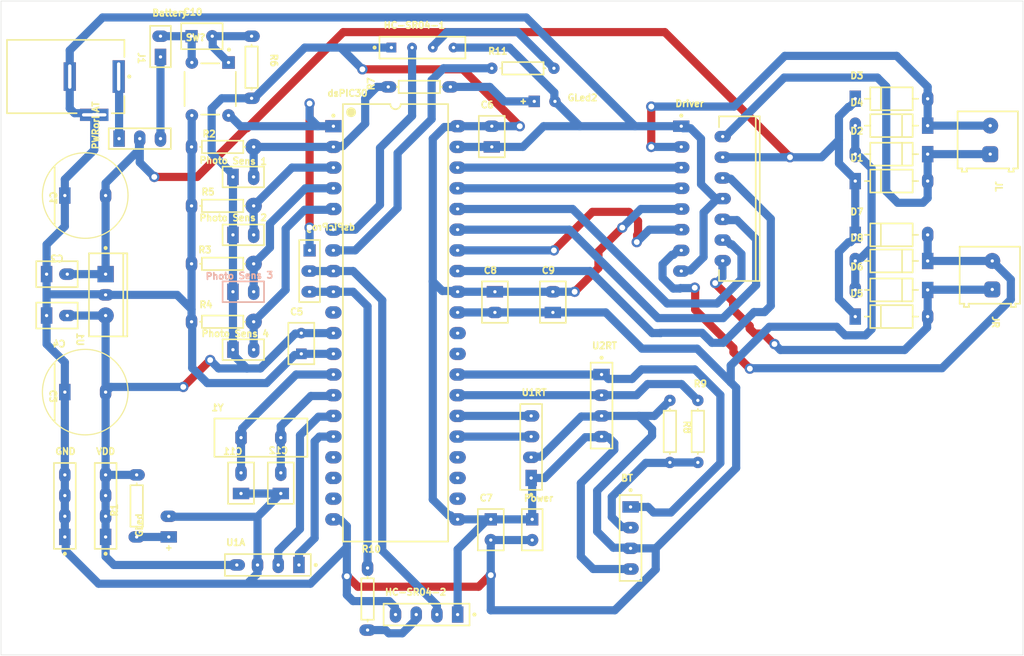
<source format=kicad_pcb>
(kicad_pcb (version 20240108) (generator "pcbnew") (generator_version "8.0")
  (layers (0 "F.Cu" signal "Top Layer") (31 "B.Cu" signal "Bottom Layer") (34 "B.Paste" user "Bottom Paste") (35 "F.Paste" user "Top Paste") (36 "B.SilkS" user "Bottom Overlay") (37 "F.SilkS" user "Top Overlay") (38 "B.Mask" user "Bottom Solder") (39 "F.Mask" user "Top Solder") (44 "Edge.Cuts" user))
  (net 0 "")
  (net 1 "RF4")
  (net 2 "NetHC-SR04-2_3")
  (net 3 "NetHC-SR04-1_3")
  (net 4 "RC14")
  (net 5 "RC13")
  (net 6 "NetBT_2")
  (net 7 "NetGLed2_1")
  (net 8 "NetD7_2")
  (net 9 "NetD5_2")
  (net 10 "NetD3_2")
  (net 11 "NetD1_2")
  (net 12 "NetGLed_1")
  (net 13 "Vpwr")
  (net 14 "RF6")
  (net 15 "RF5")
  (net 16 "RF1")
  (net 17 "RF0")
  (net 18 "RD9")
  (net 19 "RD8")
  (net 20 "RD3")
  (net 21 "RD2")
  (net 22 "RD1")
  (net 23 "RD0")
  (net 24 "RC15")
  (net 25 "RF2")
  (net 26 "RF3")
  (net 27 "RB12")
  (net 28 "RB11")
  (net 29 "RB10")
  (net 30 "RB9")
  (net 31 "RB8")
  (net 32 "RB5")
  (net 33 "RB4")
  (net 34 "RB3")
  (net 35 "RB2")
  (net 36 "RB1")
  (net 37 "RB0")
  (net 38 "RA11")
  (net 39 "PGD")
  (net 40 "PGC")
  (net 41 "OSC1")
  (net 42 "MCLR")
  (net 43 "Vdd")
  (net 44 "Vbat")
  (net 45 "VCC")
  (net 46 "GND")
  (footprint "Vault:FP-RAD-TH-D_10_0_5-L_20_2-MFG" (layer "F.Cu") (at 96.1536 88.7476)
    (property "Reference" "C1")
    (property "Value" "EEUHD1H471B" (hide yes))
  )
  (footprint "ECS Crystal Oscillator.IntLib:HC-49U" (layer "F.Cu") (at 117.7036 118.4656)
    (property "Reference" "Y1")
    (property "Value" "ECS-100-18-1" (hide yes))
  )
  (footprint "Miscellaneous Devices.IntLib:AXIAL-0.3" (layer "F.Cu") (at 113.00458 104.2416 180)
    (property "Reference" "R4")
    (property "Value" "Res1" (hide yes))
  )
  (footprint "Vault:FAIR-TO-220-3" (layer "F.Cu") (at 98.6536 100.93962)
    (property "Reference" "U1")
    (property "Value" "LM7805CT" (hide yes))
  )
  (footprint "Vault:FP-1N4007-MFG" (layer "F.Cu") (at 195.04662 76.86559)
    (property "Reference" "D3")
    (property "Value" "1N4007" (hide yes))
  )
  (footprint "Vault:CAPR51-254-508X318X736" (layer "F.Cu") (at 146.0246 81.5086 90)
    (property "Reference" "C6")
    (property "Value" "C320C104K5R5TA" (hide yes))
  )
  (footprint "Vault:FP-1N4007-MFG" (layer "F.Cu") (at 195.0466 80.16759 180)
    (property "Reference" "D4")
    (property "Value" "1N4007" (hide yes))
  )
  (footprint "Miscellaneous Devices.IntLib:AXIAL-0.3" (layer "F.Cu") (at 149.8346 73.1266)
    (property "Reference" "R11")
    (property "Value" "Res1" (hide yes))
  )
  (footprint "Vault:CAPR51-254-508X318X736" (layer "F.Cu") (at 120.14361 124.0536 90)
    (property "Reference" "C12")
    (property "Value" "C320C104K5R5TA" (hide yes))
  )
  (footprint "Vault:FP-1N4007-MFG" (layer "F.Cu") (at 195.0466 96.7766 180)
    (property "Reference" "D8")
    (property "Value" "1N4007" (hide yes))
  )
  (footprint "Vault:FP-SS-104-G-2-MFG" (layer "F.Cu") (at 98.6536 126.8476 90)
    (property "Reference" "VDD")
    (property "Value" "SS-104-G-2" (hide yes))
  )
  (footprint "Vault:FP-SS-104-G-2-MFG" (layer "F.Cu") (at 150.8506 119.6086 90)
    (property "Reference" "U1RT")
    (property "Value" "SS-104-G-2" (hide yes))
  )
  (footprint "Vault:CAPR51-254-508X318X736" (layer "F.Cu") (at 92.6846 103.4796)
    (property "Reference" "C4")
    (property "Value" "C320C104K5R5TA" (hide yes))
  )
  (footprint "Vault:691214110002" (layer "F.Cu") (at 207.1116 98.5266 90)
    (property "Reference" "JR")
    (property "Value" "691214110002" (hide yes))
  )
  (footprint "Miscellaneous Devices.IntLib:AXIAL-0.3" (layer "F.Cu") (at 137.1346 75.4126 180)
    (property "Reference" "R7")
    (property "Value" "Res1" (hide yes))
  )
  (footprint "Miscellaneous Connectors.IntLib:HDR1X2" (layer "F.Cu") (at 105.3846 71.7296 90)
    (property "Reference" "Battery")
    (property "Value" "Header 2" (hide yes))
  )
  (footprint "Vault:CUI-PJ-002A_V" (layer "F.Cu") (at 97.2566 74.1426 180)
    (property "Reference" "J1")
    (property "Value" "PJ-002A" (hide yes))
  )
  (footprint "Miscellaneous Connectors.IntLib:HDR1X2" (layer "F.Cu") (at 150.9776 128.4986 -90)
    (property "Reference" "Power")
    (property "Value" "Header 2" (hide yes))
  )
  (footprint "Miscellaneous Connectors.IntLib:HDR1X3" (layer "F.Cu") (at 123.6726 95.4786 -90)
    (property "Reference" "dsPicProg")
    (property "Value" "Header 3" (hide yes))
  )
  (footprint "Miscellaneous Connectors.IntLib:HDR1X3" (layer "F.Cu") (at 100.30461 81.7626)
    (property "Reference" "PWRorBAT")
    (property "Value" "Header 3" (hide yes))
  )
  (footprint "Miscellaneous Devices.IntLib:AXIAL-0.3" (layer "F.Cu") (at 116.5606 72.9996 -90)
    (property "Reference" "R6")
    (property "Value" "Res1" (hide yes))
  )
  (footprint "Vault:FP-1N4007-MFG" (layer "F.Cu") (at 195.0466 86.9696)
    (property "Reference" "D1")
    (property "Value" "1N4007" (hide yes))
  )
  (footprint "Miscellaneous Connectors.IntLib:HDR1X2" (layer "F.Cu") (at 114.27461 93.5736)
    (property "Reference" "Photo Sens 2")
    (property "Value" "Header 2" (hide yes))
  )
  (footprint "Vault:CAPR51-254-508X318X736" (layer "F.Cu") (at 92.6846 98.3996)
    (property "Reference" "C3")
    (property "Value" "C320C104K5R5TA" (hide yes))
  )
  (footprint "Miscellaneous Devices.IntLib:AXIAL-0.3" (layer "F.Cu") (at 113.00458 97.1296)
    (property "Reference" "R3")
    (property "Value" "Res1" (hide yes))
  )
  (footprint "Microchip DSC 16-Bit dsPIC30F.IntLib:PDIP600-P40" (layer "F.Cu") (at 134.2136 104.3686)
    (property "Reference" "dsPIC30")
    (property "Value" "DSPIC30F4013-20E/P" (hide yes))
  )
  (footprint "Miscellaneous Devices.IntLib:AXIAL-0.3" (layer "F.Cu") (at 167.8686 117.7036 90)
    (property "Reference" "R8")
    (property "Value" "Res1" (hide yes))
  )
  (footprint "Miscellaneous Connectors.IntLib:HDR1X2" (layer "F.Cu") (at 114.27461 107.6706)
    (property "Reference" "Photo Sens 4")
    (property "Value" "Header 2" (hide yes))
  )
  (footprint "Vault:LTST-LTL-1CHG-2" (layer "F.Cu") (at 106.4006 129.3876 90)
    (property "Reference" "GLed")
    (property "Value" "LTL-1CHG" (hide yes))
  )
  (footprint "Vault:CAPR51-254-508X318X736" (layer "F.Cu") (at 115.2636 124.0536 90)
    (property "Reference" "C11")
    (property "Value" "C320C104K5R5TA" (hide yes))
  )
  (footprint "Vault:FP-SS-104-G-2-MFG" (layer "F.Cu") (at 118.55833 134.09714 180)
    (property "Reference" "U1A")
    (property "Value" "SS-104-G-2" (hide yes))
  )
  (footprint "Vault:CAPR51-254-508X318X736" (layer "F.Cu") (at 122.6566 106.9086 90)
    (property "Reference" "C5")
    (property "Value" "C320C104K5R5TA" (hide yes))
  )
  (footprint "Vault:CAPR51-254-508X318X736" (layer "F.Cu") (at 145.8976 129.7686 -90)
    (property "Reference" "C7")
    (property "Value" "C320C104K5R5TA" (hide yes))
  )
  (footprint "Miscellaneous Devices.IntLib:AXIAL-0.3" (layer "F.Cu") (at 113.00458 90.0176 180)
    (property "Reference" "R5")
    (property "Value" "Res1" (hide yes))
  )
  (footprint "Vault:FP-SS-104-G-2-MFG" (layer "F.Cu") (at 159.4866 114.5286 -90)
    (property "Reference" "U2RT")
    (property "Value" "SS-104-G-2" (hide yes))
  )
  (footprint "Miscellaneous Devices.IntLib:AXIAL-0.3" (layer "F.Cu") (at 113.00458 82.7786)
    (property "Reference" "R2")
    (property "Value" "Res1" (hide yes))
  )
  (footprint "Vault:FP-SS-104-G-2-MFG" (layer "F.Cu") (at 138.0236 140.1826 180)
    (property "Reference" "HC-SR04-2")
    (property "Value" "SS-104-G-2" (hide yes))
  )
  (footprint "Vault:FP-SS-104-G-2-MFG" (layer "F.Cu") (at 93.6536 126.8476 90)
    (property "Reference" "GND")
    (property "Value" "SS-104-G-2" (hide yes))
  )
  (footprint "Vault:LTST-LTL-1CHG-2" (layer "F.Cu") (at 152.5016 77.1906)
    (property "Reference" "GLed2")
    (property "Value" "LTL-1CHG" (hide yes))
  )
  (footprint "Vault:FP-1N4007-MFG" (layer "F.Cu") (at 195.0466 93.5736)
    (property "Reference" "D7")
    (property "Value" "1N4007" (hide yes))
  )
  (footprint "Miscellaneous Devices.IntLib:AXIAL-0.3" (layer "F.Cu") (at 130.7846 138.2776 -90)
    (property "Reference" "R10")
    (property "Value" "Res1" (hide yes))
  )
  (footprint "Vault:691214110002" (layer "F.Cu") (at 206.8576 81.9176 90)
    (property "Reference" "JL")
    (property "Value" "691214110002" (hide yes))
  )
  (footprint "Vault:FP-SS-104-G-2-MFG" (layer "F.Cu") (at 163.0426 130.7846 -90)
    (property "Reference" "BT")
    (property "Value" "SS-104-G-2" (hide yes))
  )
  (footprint "Vault:FP-1N4007-MFG" (layer "F.Cu") (at 195.0466 100.3326 180)
    (property "Reference" "D6")
    (property "Value" "1N4007" (hide yes))
  )
  (footprint "Vault:CAPR51-254-508X318X736" (layer "F.Cu") (at 110.4646 69.1896)
    (property "Reference" "C10")
    (property "Value" "C320C104K5R5TA" (hide yes))
  )
  (footprint "Miscellaneous Connectors.IntLib:HDR1X2" (layer "F.Cu") (at 114.27461 86.4616)
    (property "Reference" "Photo Sens 1")
    (property "Value" "Header 2" (hide yes))
  )
  (footprint "Vault:FP-2-1825910-7-MFG" (layer "F.Cu") (at 111.4806 75.6666)
    (property "Reference" "SW?")
    (property "Value" "2-1825910-7" (hide yes))
  )
  (footprint "Vault:FP-1N4007-MFG" (layer "F.Cu") (at 195.04658 83.6676 180)
    (property "Reference" "D2")
    (property "Value" "1N4007" (hide yes))
  )
  (footprint "Vault:FP-SS-104-G-2-MFG" (layer "F.Cu") (at 137.5156 70.5866)
    (property "Reference" "HC-SR04-1")
    (property "Value" "SS-104-G-2" (hide yes))
  )
  (footprint "Vault:STM-FM-15" (layer "F.Cu") (at 171.8056 89.1286)
    (property "Reference" "Driver")
    (property "Value" "L298N" (hide yes))
  )
  (footprint "Vault:FP-1N4007-MFG" (layer "F.Cu") (at 195.0466 103.6066)
    (property "Reference" "D5")
    (property "Value" "1N4007" (hide yes))
  )
  (footprint "Miscellaneous Devices.IntLib:AXIAL-0.3" (layer "F.Cu") (at 171.2976 117.7036 90)
    (property "Reference" "R9")
    (property "Value" "Res1" (hide yes))
  )
  (footprint "Vault:FP-RAD-TH-D_10_0_5-L_20_2-MFG" (layer "F.Cu") (at 96.1536 112.8776)
    (property "Reference" "C2")
    (property "Value" "EEUHD1H471B" (hide yes))
  )
  (footprint "Miscellaneous Devices.IntLib:AXIAL-0.3" (layer "F.Cu") (at 102.4636 126.8476 90)
    (property "Reference" "R1")
    (property "Value" "Res1" (hide yes))
  )
  (footprint "Vault:CAPR51-254-508X318X736" (layer "F.Cu") (at 146.4056 101.8286 -90)
    (property "Reference" "C8")
    (property "Value" "C320C104K5R5TA" (hide yes))
  )
  (footprint "Vault:CAPR51-254-508X318X736" (layer "F.Cu") (at 153.5176 101.8286 90)
    (property "Reference" "C9")
    (property "Value" "C320C104K5R5TA" (hide yes))
  )
  (footprint "Miscellaneous Connectors.IntLib:HDR1X2" (layer "B.Cu") (at 114.27458 100.55858)
    (property "Reference" "Photo Sens 3")
    (property "Value" "Header 2" (hide yes))
  )
  (gr_line (start 211.1756 145.1356) (end 85.8266 145.1356) (stroke (width 0.05)) (layer "Edge.Cuts"))
  (gr_line (start 211.1756 64.8716) (end 211.1756 145.1356) (stroke (width 0.05)) (layer "Edge.Cuts"))
  (gr_line (start 85.8266 145.1356) (end 85.8266 64.8716) (stroke (width 0.05)) (layer "Edge.Cuts"))
  (gr_line (start 85.8266 64.8716) (end 211.1756 64.8716) (stroke (width 0.05)) (layer "Edge.Cuts"))
  (segment (start 165.19043 126.9746) (end 165.86943 127.6536) (width 1) (layer "B.Cu") (net 1))
  (segment (start 170.9266 110.0936) (end 174.0596 113.2266) (width 1) (layer "B.Cu") (net 1))
  (segment (start 163.0426 126.9746) (end 165.19043 126.9746) (width 1) (layer "B.Cu") (net 1))
  (segment (start 163.22459 111.2586) (end 164.38959 110.0936) (width 1) (layer "B.Cu") (net 1))
  (segment (start 174.0596 121.58003) (end 174.0596 113.2266) (width 1) (layer "B.Cu") (net 1))
  (segment (start 167.98602 127.6536) (end 174.0596 121.58003) (width 1) (layer "B.Cu") (net 1))
  (segment (start 159.7866 110.7186) (end 160.3266 111.2586) (width 1) (layer "B.Cu") (net 1))
  (segment (start 165.86943 127.6536) (end 167.98602 127.6536) (width 1) (layer "B.Cu") (net 1))
  (segment (start 164.38959 110.0936) (end 170.9266 110.0936) (width 1) (layer "B.Cu") (net 1))
  (segment (start 141.8336 110.7186) (end 159.7866 110.7186) (width 1) (layer "B.Cu") (net 1))
  (segment (start 160.3266 111.2586) (end 163.22459 111.2586) (width 1) (layer "B.Cu") (net 1))
  (segment (start 136.67707 140.84756) (end 136.67707 140.25913) (width 1) (layer "B.Cu") (net 2))
  (segment (start 130.89936 142.0876) (end 132.99017 142.0876) (width 1) (layer "B.Cu") (net 2))
  (segment (start 135.04203 142.4826) (end 136.67707 140.84756) (width 1) (layer "B.Cu") (net 2))
  (segment (start 132.99017 142.0876) (end 133.38517 142.4826) (width 1) (layer "B.Cu") (net 2))
  (segment (start 133.38517 142.4826) (end 135.04203 142.4826) (width 1) (layer "B.Cu") (net 2))
  (segment (start 136.67707 140.25913) (end 136.7536 140.1826) (width 1) (layer "B.Cu") (net 2))
  (segment (start 138.82387 70.40133) (end 140.5386 68.6866) (width 1) (layer "B.Cu") (net 3))
  (segment (start 138.7856 70.5866) (end 138.82387 70.54833) (width 1) (layer "B.Cu") (net 3))
  (segment (start 138.82387 70.54833) (end 138.82387 70.40133) (width 1) (layer "B.Cu") (net 3))
  (segment (start 149.2046 68.6866) (end 153.6446 73.1266) (width 1) (layer "B.Cu") (net 3))
  (segment (start 140.5386 68.6866) (end 149.2046 68.6866) (width 1) (layer "B.Cu") (net 3))
  (segment (start 122.36833 132.72387) (end 124.2936 130.7986) (width 1) (layer "B.Cu") (net 4))
  (segment (start 124.2936 130.7986) (end 124.2936 118.92439) (width 1) (layer "B.Cu") (net 4))
  (segment (start 122.36833 134.09714) (end 122.36833 132.72387) (width 1) (layer "B.Cu") (net 4))
  (segment (start 124.2936 118.92439) (end 124.87939 118.3386) (width 1) (layer "B.Cu") (net 4))
  (segment (start 124.87939 118.3386) (end 126.5936 118.3386) (width 1) (layer "B.Cu") (net 4))
  (segment (start 119.82833 134.09714) (end 119.82833 132.34287) (width 1) (layer "B.Cu") (net 5))
  (segment (start 119.82833 132.34287) (end 122.4936 129.6776) (width 1) (layer "B.Cu") (net 5))
  (segment (start 124.77813 115.89427) (end 126.49793 115.89427) (width 1) (layer "B.Cu") (net 5))
  (segment (start 126.49793 115.89427) (end 126.5936 115.7986) (width 1) (layer "B.Cu") (net 5))
  (segment (start 122.4936 129.6776) (end 122.4936 118.1788) (width 1) (layer "B.Cu") (net 5))
  (segment (start 122.4936 118.1788) (end 124.77813 115.89427) (width 1) (layer "B.Cu") (net 5))
  (segment (start 167.81604 121.56616) (end 167.8686 121.5136) (width 1) (layer "B.Cu") (net 6))
  (segment (start 162.96607 129.43806) (end 163.0426 129.5146) (width 1) (layer "B.Cu") (net 6))
  (segment (start 160.7426 128.21308) (end 161.96758 129.43806) (width 1) (layer "B.Cu") (net 6))
  (segment (start 161.96758 129.43806) (end 162.96607 129.43806) (width 1) (layer "B.Cu") (net 6))
  (segment (start 167.8686 121.5136) (end 171.2976 121.5136) (width 1) (layer "B.Cu") (net 6))
  (segment (start 161.50413 124.9746) (end 164.91256 121.56616) (width 1) (layer "B.Cu") (net 6))
  (segment (start 160.7426 128.21308) (end 160.7426 125.73612) (width 1) (layer "B.Cu") (net 6))
  (segment (start 161.50412 124.9746) (end 161.50413 124.9746) (width 1) (layer "B.Cu") (net 6))
  (segment (start 164.91256 121.56616) (end 167.81604 121.56616) (width 1) (layer "B.Cu") (net 6))
  (segment (start 160.7426 125.73612) (end 161.50412 124.9746) (width 1) (layer "B.Cu") (net 6))
  (segment (start 140.9446 75.4126) (end 145.7706 75.4126) (width 1) (layer "B.Cu") (net 7))
  (segment (start 147.5486 77.1906) (end 151.2316 77.1906) (width 1) (layer "B.Cu") (net 7))
  (segment (start 145.7706 75.4126) (end 147.5486 77.1906) (width 1) (layer "B.Cu") (net 7))
  (segment (start 170.96826 102.76926) (end 175.66417 107.46517) (width 1) (layer "F.Cu") (net 8))
  (segment (start 175.66417 107.98675) (end 177.67556 109.99815) (width 1) (layer "F.Cu") (net 8))
  (segment (start 170.96826 102.76926) (end 170.96826 100.11125) (width 1) (layer "F.Cu") (net 8))
  (segment (start 170.9166 100.05959) (end 170.96826 100.11125) (width 1) (layer "F.Cu") (net 8))
  (segment (start 175.66417 107.98675) (end 175.66417 107.46517) (width 1) (layer "F.Cu") (net 8))
  (via (at 170.9166 100.05959) (size 1.27) (drill 0.7112) (layers "F.Cu" "B.Cu") (net 8))
  (via (at 177.67556 109.99815) (size 1.27) (drill 0.7112) (layers "F.Cu" "B.Cu") (net 8))
  (segment (start 168.31736 96.0186) (end 168.85736 95.4786) (width 1) (layer "B.Cu") (net 8))
  (segment (start 177.67556 109.99815) (end 177.72722 109.94649) (width 1) (layer "B.Cu") (net 8))
  (segment (start 199.4866 96.7766) (end 207.41162 96.7766) (width 1) (layer "B.Cu") (net 8))
  (segment (start 199.4866 96.7766) (end 199.4866 96.7766) (width 1) (layer "B.Cu") (net 8))
  (segment (start 170.86494 100.11125) (end 170.9166 100.05959) (width 1) (layer "B.Cu") (net 8))
  (segment (start 177.72722 109.94649) (end 201.24466 109.94649) (width 1) (layer "B.Cu") (net 8))
  (segment (start 201.24466 109.94649) (end 209.68663 101.50452) (width 1) (layer "B.Cu") (net 8))
  (segment (start 169.11002 100.16302) (end 169.16179 100.11125) (width 1) (layer "B.Cu") (net 8))
  (segment (start 168.85736 95.4786) (end 169.2656 95.4786) (width 1) (layer "B.Cu") (net 8))
  (segment (start 166.9656 97.19017) (end 168.13718 96.0186) (width 1) (layer "B.Cu") (net 8))
  (segment (start 166.9656 98.84703) (end 168.28159 100.16302) (width 1) (layer "B.Cu") (net 8))
  (segment (start 207.41163 96.77659) (end 207.41452 96.77659) (width 1) (layer "B.Cu") (net 8))
  (segment (start 199.4866 96.7766) (end 199.4866 93.5736) (width 1) (layer "B.Cu") (net 8))
  (segment (start 169.16179 100.11125) (end 170.86494 100.11125) (width 1) (layer "B.Cu") (net 8))
  (segment (start 207.41452 96.77659) (end 209.68663 99.0487) (width 1) (layer "B.Cu") (net 8))
  (segment (start 207.41162 96.7766) (end 207.41163 96.77659) (width 1) (layer "B.Cu") (net 8))
  (segment (start 166.9656 98.84703) (end 166.9656 97.19017) (width 1) (layer "B.Cu") (net 8))
  (segment (start 168.13718 96.0186) (end 168.31736 96.0186) (width 1) (layer "B.Cu") (net 8))
  (segment (start 209.68663 101.50452) (end 209.68663 99.0487) (width 1) (layer "B.Cu") (net 8))
  (segment (start 168.28159 100.16302) (end 169.11002 100.16302) (width 1) (layer "B.Cu") (net 8))
  (segment (start 180.62164 106.97901) (end 180.6947 106.97901) (width 1) (layer "F.Cu") (net 9))
  (segment (start 177.65892 105.09182) (end 178.25718 105.69007) (width 1) (layer "F.Cu") (net 9))
  (segment (start 178.25718 105.69007) (end 179.3327 105.69007) (width 1) (layer "F.Cu") (net 9))
  (segment (start 179.3327 105.69007) (end 180.62164 106.97901) (width 1) (layer "F.Cu") (net 9))
  (segment (start 173.42165 99.55876) (end 175.62367 101.76079) (width 1) (layer "F.Cu") (net 9))
  (segment (start 175.62367 102.72567) (end 175.62367 101.76079) (width 1) (layer "F.Cu") (net 9))
  (segment (start 173.42165 99.55876) (end 173.42165 99.48571) (width 1) (layer "F.Cu") (net 9))
  (segment (start 175.62367 102.72567) (end 177.65892 104.76093) (width 1) (layer "F.Cu") (net 9))
  (segment (start 177.65892 105.09182) (end 177.65892 104.76093) (width 1) (layer "F.Cu") (net 9))
  (via (at 180.6947 106.97901) (size 1.27) (drill 0.7112) (layers "F.Cu" "B.Cu") (net 9))
  (via (at 173.42165 99.48571) (size 1.27) (drill 0.7112) (layers "F.Cu" "B.Cu") (net 9))
  (segment (start 174.3456 96.90028) (end 174.3456 96.7486) (width 1) (layer "B.Cu") (net 9))
  (segment (start 199.4866 100.3326) (end 199.5146 100.3046) (width 1) (layer "B.Cu") (net 9))
  (segment (start 199.5146 100.3046) (end 207.38363 100.3046) (width 1) (layer "B.Cu") (net 9))
  (segment (start 173.42165 99.48571) (end 173.47331 99.43404) (width 1) (layer "B.Cu") (net 9))
  (segment (start 199.4866 103.6066) (end 199.4866 100.3326) (width 1) (layer "B.Cu") (net 9))
  (segment (start 181.42229 107.7066) (end 196.6616 107.7066) (width 1) (layer "B.Cu") (net 9))
  (segment (start 174.31251 96.93337) (end 174.3456 96.90028) (width 1) (layer "B.Cu") (net 9))
  (segment (start 199.41847 104.94973) (end 199.41847 103.67473) (width 1) (layer "B.Cu") (net 9))
  (segment (start 173.65366 99.43404) (end 174.31251 98.7752) (width 1) (layer "B.Cu") (net 9))
  (segment (start 207.38363 100.3046) (end 207.41163 100.27661) (width 1) (layer "B.Cu") (net 9))
  (segment (start 180.6947 106.97901) (end 181.42229 107.7066) (width 1) (layer "B.Cu") (net 9))
  (segment (start 174.31251 98.7752) (end 174.31251 96.93337) (width 1) (layer "B.Cu") (net 9))
  (segment (start 196.6616 107.7066) (end 199.41847 104.94973) (width 1) (layer "B.Cu") (net 9))
  (segment (start 199.41847 103.67473) (end 199.4866 103.6066) (width 1) (layer "B.Cu") (net 9))
  (segment (start 173.47331 99.43404) (end 173.65366 99.43404) (width 1) (layer "B.Cu") (net 9))
  (segment (start 165.5826 82.7786) (end 165.5826 77.8256) (width 1) (layer "F.Cu") (net 10))
  (via (at 165.5826 77.8256) (size 1.27) (drill 0.7112) (layers "F.Cu" "B.Cu") (net 10))
  (via (at 165.5826 82.7786) (size 1.27) (drill 0.7112) (layers "F.Cu" "B.Cu") (net 10))
  (segment (start 199.48662 76.86559) (end 199.48662 75.40762) (width 1) (layer "B.Cu") (net 10))
  (segment (start 199.4866 80.16759) (end 199.48661 80.16758) (width 1) (layer "B.Cu") (net 10))
  (segment (start 175.7426 77.8256) (end 181.9656 71.6026) (width 1) (layer "B.Cu") (net 10))
  (segment (start 199.48661 76.8656) (end 199.48662 76.86559) (width 1) (layer "B.Cu") (net 10))
  (segment (start 181.9656 71.6026) (end 195.6816 71.6026) (width 1) (layer "B.Cu") (net 10))
  (segment (start 199.48661 80.16758) (end 199.48661 76.8656) (width 1) (layer "B.Cu") (net 10))
  (segment (start 165.5826 82.7786) (end 169.2656 82.7786) (width 1) (layer "B.Cu") (net 10))
  (segment (start 195.6816 71.6026) (end 199.48662 75.40762) (width 1) (layer "B.Cu") (net 10))
  (segment (start 165.5826 77.8256) (end 175.7426 77.8256) (width 1) (layer "B.Cu") (net 10))
  (segment (start 199.4866 80.16759) (end 207.15757 80.16759) (width 1) (layer "B.Cu") (net 10))
  (segment (start 199.48659 86.96959) (end 199.4866 86.9696) (width 1) (layer "B.Cu") (net 11))
  (segment (start 207.15757 83.6676) (end 207.15757 83.66761) (width 1) (layer "B.Cu") (net 11))
  (segment (start 193.31781 74.2696) (end 194.40661 75.35839) (width 1) (layer "B.Cu") (net 11))
  (segment (start 194.40661 88.23461) (end 195.8086 89.6366) (width 1) (layer "B.Cu") (net 11))
  (segment (start 174.3456 81.5086) (end 174.6456 81.5086) (width 1) (layer "B.Cu") (net 11))
  (segment (start 199.48658 83.6676) (end 199.48658 83.6676) (width 1) (layer "B.Cu") (net 11))
  (segment (start 195.8086 89.6366) (end 198.90081 89.6366) (width 1) (layer "B.Cu") (net 11))
  (segment (start 199.48658 83.6676) (end 207.15757 83.6676) (width 1) (layer "B.Cu") (net 11))
  (segment (start 194.40661 88.23461) (end 194.40661 75.35839) (width 1) (layer "B.Cu") (net 11))
  (segment (start 174.6456 81.5086) (end 181.8846 74.2696) (width 1) (layer "B.Cu") (net 11))
  (segment (start 199.4866 89.05081) (end 199.4866 86.9696) (width 1) (layer "B.Cu") (net 11))
  (segment (start 181.8846 74.2696) (end 193.31781 74.2696) (width 1) (layer "B.Cu") (net 11))
  (segment (start 199.48659 86.96959) (end 199.48659 83.66761) (width 1) (layer "B.Cu") (net 11))
  (segment (start 198.90081 89.6366) (end 199.4866 89.05081) (width 1) (layer "B.Cu") (net 11))
  (segment (start 102.4636 130.6576) (end 106.27358 130.6576) (width 1) (layer "B.Cu") (net 12))
  (segment (start 100.3066 81.7606) (end 100.3066 74.19261) (width 1) (layer "B.Cu") (net 13))
  (segment (start 100.25659 74.1426) (end 100.3066 74.19261) (width 1) (layer "B.Cu") (net 13))
  (segment (start 100.3046 81.7626) (end 100.3066 81.7606) (width 1) (layer "B.Cu") (net 13))
  (segment (start 163.77017 113.2586) (end 165.13517 111.8936) (width 1) (layer "B.Cu") (net 15))
  (segment (start 165.13517 111.8936) (end 169.2976 111.8936) (width 1) (layer "B.Cu") (net 15))
  (segment (start 141.8336 113.2586) (end 159.4866 113.2586) (width 1) (layer "B.Cu") (net 15))
  (segment (start 169.2976 111.8936) (end 171.2976 113.8936) (width 1) (layer "B.Cu") (net 15))
  (segment (start 159.4866 113.2586) (end 163.77017 113.2586) (width 1) (layer "B.Cu") (net 15))
  (segment (start 141.8336 98.0186) (end 158.08402 98.0186) (width 1) (layer "B.Cu") (net 22))
  (segment (start 165.69201 105.6266) (end 166.72643 105.6266) (width 1) (layer "B.Cu") (net 22))
  (segment (start 166.75843 105.5946) (end 171.80161 105.5946) (width 1) (layer "B.Cu") (net 22))
  (segment (start 175.33027 86.68427) (end 180.2456 91.5996) (width 1) (layer "B.Cu") (net 22))
  (segment (start 158.08402 98.0186) (end 165.69201 105.6266) (width 1) (layer "B.Cu") (net 22))
  (segment (start 174.44127 86.68427) (end 175.33027 86.68427) (width 1) (layer "B.Cu") (net 22))
  (segment (start 166.72643 105.6266) (end 166.75843 105.5946) (width 1) (layer "B.Cu") (net 22))
  (segment (start 174.3456 86.5886) (end 174.44127 86.68427) (width 1) (layer "B.Cu") (net 22))
  (segment (start 179.46902 103.0546) (end 180.2456 102.27801) (width 1) (layer "B.Cu") (net 22))
  (segment (start 178.18844 103.0546) (end 179.46902 103.0546) (width 1) (layer "B.Cu") (net 22))
  (segment (start 180.2456 102.27801) (end 180.2456 91.5996) (width 1) (layer "B.Cu") (net 22))
  (segment (start 173.03262 106.8256) (end 174.41743 106.8256) (width 1) (layer "B.Cu") (net 22))
  (segment (start 174.41743 106.8256) (end 178.18844 103.0546) (width 1) (layer "B.Cu") (net 22))
  (segment (start 171.80161 105.5946) (end 173.03262 106.8256) (width 1) (layer "B.Cu") (net 22))
  (segment (start 163.8046 94.4626) (end 163.85626 94.41094) (width 1) (layer "F.Cu") (net 23))
  (segment (start 163.9616 93.4861) (end 163.9616 91.8831) (width 1) (layer "F.Cu") (net 23))
  (segment (start 163.85626 94.41094) (end 163.85626 93.59144) (width 1) (layer "F.Cu") (net 23))
  (segment (start 163.85626 93.59144) (end 163.9616 93.4861) (width 1) (layer "F.Cu") (net 23))
  (segment (start 153.6446 95.4786) (end 158.3736 90.7496) (width 1) (layer "F.Cu") (net 23))
  (segment (start 162.8281 90.7496) (end 163.9616 91.8831) (width 1) (layer "F.Cu") (net 23))
  (segment (start 158.3736 90.7496) (end 162.8281 90.7496) (width 1) (layer "F.Cu") (net 23))
  (via (at 163.8046 94.4626) (size 1.27) (drill 0.7112) (layers "F.Cu" "B.Cu") (net 23))
  (via (at 153.6446 95.4786) (size 1.27) (drill 0.7112) (layers "F.Cu" "B.Cu") (net 23))
  (segment (start 163.8046 94.4626) (end 165.3286 92.9386) (width 1) (layer "B.Cu") (net 23))
  (segment (start 165.3286 92.9386) (end 169.2656 92.9386) (width 1) (layer "B.Cu") (net 23))
  (segment (start 141.8336 95.4786) (end 153.6446 95.4786) (width 1) (layer "B.Cu") (net 23))
  (segment (start 126.49793 113.35427) (end 126.5936 113.2586) (width 1) (layer "B.Cu") (net 24))
  (segment (start 120.1436 122.7836) (end 120.1436 118.4656) (width 1) (layer "B.Cu") (net 24))
  (segment (start 120.13723 118.45923) (end 120.1436 118.4656) (width 1) (layer "B.Cu") (net 24))
  (segment (start 120.1436 122.7836) (end 120.14361 122.7836) (width 1) (layer "B.Cu") (net 24))
  (segment (start 120.13723 117.04797) (end 123.83093 113.35427) (width 1) (layer "B.Cu") (net 24))
  (segment (start 120.13723 118.45923) (end 120.13723 117.04797) (width 1) (layer "B.Cu") (net 24))
  (segment (start 123.83093 113.35427) (end 126.49793 113.35427) (width 1) (layer "B.Cu") (net 24))
  (segment (start 141.8336 115.7986) (end 150.8506 115.7986) (width 1) (layer "B.Cu") (net 25))
  (segment (start 141.8336 118.3386) (end 150.8506 118.3386) (width 1) (layer "B.Cu") (net 26))
  (segment (start 174.42214 91.74513) (end 175.00497 91.74513) (width 1) (layer "B.Cu") (net 27))
  (segment (start 141.8336 92.9386) (end 155.5496 92.9386) (width 1) (layer "B.Cu") (net 27))
  (segment (start 174.3456 91.6686) (end 174.42214 91.74513) (width 1) (layer "B.Cu") (net 27))
  (segment (start 155.5496 92.9386) (end 166.4056 103.7946) (width 1) (layer "B.Cu") (net 27))
  (segment (start 176.09227 91.76427) (end 178.4456 94.1176) (width 1) (layer "B.Cu") (net 27))
  (segment (start 174.39485 103.7946) (end 178.4456 99.74384) (width 1) (layer "B.Cu") (net 27))
  (segment (start 166.4056 103.7946) (end 174.39485 103.7946) (width 1) (layer "B.Cu") (net 27))
  (segment (start 175.00497 91.74513) (end 175.02411 91.76427) (width 1) (layer "B.Cu") (net 27))
  (segment (start 175.02411 91.76427) (end 176.09227 91.76427) (width 1) (layer "B.Cu") (net 27))
  (segment (start 178.4456 99.74384) (end 178.4456 94.1176) (width 1) (layer "B.Cu") (net 27))
  (segment (start 176.6456 98.99826) (end 176.6456 95.92017) (width 1) (layer "B.Cu") (net 28))
  (segment (start 174.3456 94.2086) (end 174.75384 94.2086) (width 1) (layer "B.Cu") (net 28))
  (segment (start 174.75384 94.2086) (end 175.29384 94.7486) (width 1) (layer "B.Cu") (net 28))
  (segment (start 173.64926 101.99459) (end 176.6456 98.99826) (width 1) (layer "B.Cu") (net 28))
  (segment (start 167.5266 101.99459) (end 173.64926 101.99459) (width 1) (layer "B.Cu") (net 28))
  (segment (start 175.47403 94.7486) (end 176.6456 95.92017) (width 1) (layer "B.Cu") (net 28))
  (segment (start 175.29384 94.7486) (end 175.47403 94.7486) (width 1) (layer "B.Cu") (net 28))
  (segment (start 155.9306 90.3986) (end 167.5266 101.99459) (width 1) (layer "B.Cu") (net 28))
  (segment (start 141.8336 90.3986) (end 155.9306 90.3986) (width 1) (layer "B.Cu") (net 28))
  (segment (start 141.8336 87.8586) (end 169.2656 87.8586) (width 1) (layer "B.Cu") (net 29))
  (segment (start 141.8336 85.3186) (end 169.2656 85.3186) (width 1) (layer "B.Cu") (net 30))
  (segment (start 134.4676 90.2716) (end 134.4676 83.5406) (width 1) (layer "B.Cu") (net 32))
  (segment (start 138.6446 79.3636) (end 138.6446 74.58417) (width 1) (layer "B.Cu") (net 32))
  (segment (start 129.2606 95.4786) (end 134.4676 90.2716) (width 1) (layer "B.Cu") (net 32))
  (segment (start 134.4676 83.5406) (end 138.6446 79.3636) (width 1) (layer "B.Cu") (net 32))
  (segment (start 126.5936 95.4786) (end 129.2606 95.4786) (width 1) (layer "B.Cu") (net 32))
  (segment (start 138.6446 74.58417) (end 140.10217 73.1266) (width 1) (layer "B.Cu") (net 32))
  (segment (start 140.10217 73.1266) (end 146.0246 73.1266) (width 1) (layer "B.Cu") (net 32))
  (segment (start 129.25502 92.9386) (end 132.3086 89.88501) (width 1) (layer "B.Cu") (net 33))
  (segment (start 132.3086 82.9056) (end 136.2456 78.9686) (width 1) (layer "B.Cu") (net 33))
  (segment (start 136.2456 78.9686) (end 136.2456 70.5866) (width 1) (layer "B.Cu") (net 33))
  (segment (start 132.3086 89.88501) (end 132.3086 82.9056) (width 1) (layer "B.Cu") (net 33))
  (segment (start 126.5936 92.9386) (end 129.25502 92.9386) (width 1) (layer "B.Cu") (net 33))
  (segment (start 123.06893 90.49427) (end 126.49793 90.49427) (width 1) (layer "B.Cu") (net 34))
  (segment (start 120.73593 92.82727) (end 123.06893 90.49427) (width 1) (layer "B.Cu") (net 34))
  (segment (start 120.73593 100.32025) (end 120.73593 92.82727) (width 1) (layer "B.Cu") (net 34))
  (segment (start 116.81458 104.2416) (end 120.73593 100.32025) (width 1) (layer "B.Cu") (net 34))
  (segment (start 126.49793 90.49427) (end 126.5936 90.3986) (width 1) (layer "B.Cu") (net 34))
  (segment (start 116.81458 107.6706) (end 116.81458 104.2416) (width 1) (layer "B.Cu") (net 34))
  (segment (start 116.81458 97.1296) (end 116.81458 97.1296) (width 1) (layer "B.Cu") (net 35))
  (segment (start 116.81458 100.5586) (end 116.81458 100.5586) (width 1) (layer "B.Cu") (net 35))
  (segment (start 123.15902 87.8586) (end 126.5936 87.8586) (width 1) (layer "B.Cu") (net 35))
  (segment (start 118.81458 92.20303) (end 123.15902 87.8586) (width 1) (layer "B.Cu") (net 35))
  (segment (start 116.81458 97.1296) (end 118.81458 95.1296) (width 1) (layer "B.Cu") (net 35))
  (segment (start 116.81458 100.5586) (end 116.81458 97.1296) (width 1) (layer "B.Cu") (net 35))
  (segment (start 118.81458 95.1296) (end 118.81458 92.20303) (width 1) (layer "B.Cu") (net 35))
  (segment (start 121.51358 85.3186) (end 126.5936 85.3186) (width 1) (layer "B.Cu") (net 36))
  (segment (start 116.81458 90.0176) (end 121.51358 85.3186) (width 1) (layer "B.Cu") (net 36))
  (segment (start 116.81458 93.5736) (end 116.81458 90.0176) (width 1) (layer "B.Cu") (net 36))
  (segment (start 126.51813 85.39407) (end 126.5936 85.3186) (width 1) (layer "B.Cu") (net 36))
  (segment (start 116.81458 93.5736) (end 116.87808 93.5101) (width 1) (layer "B.Cu") (net 36))
  (segment (start 126.68927 82.68293) (end 127.73775 82.68293) (width 1) (layer "B.Cu") (net 37))
  (segment (start 130.49291 76.84729) (end 131.9276 75.4126) (width 1) (layer "B.Cu") (net 37))
  (segment (start 127.73775 82.68293) (end 130.49291 79.92777) (width 1) (layer "B.Cu") (net 37))
  (segment (start 131.9276 75.4126) (end 133.3246 75.4126) (width 1) (layer "B.Cu") (net 37))
  (segment (start 126.5936 82.7786) (end 126.68927 82.68293) (width 1) (layer "B.Cu") (net 37))
  (segment (start 130.49291 79.92777) (end 130.49291 76.84729) (width 1) (layer "B.Cu") (net 37))
  (segment (start 116.81458 82.7786) (end 126.5936 82.7786) (width 1) (layer "B.Cu") (net 37))
  (segment (start 116.81458 86.4616) (end 116.81458 82.7786) (width 1) (layer "B.Cu") (net 37))
  (segment (start 126.5936 100.5586) (end 129.0066 100.5586) (width 1) (layer "B.Cu") (net 39))
  (segment (start 130.7846 134.4676) (end 130.7846 102.3366) (width 1) (layer "B.Cu") (net 39))
  (segment (start 123.6726 100.5586) (end 126.5936 100.5586) (width 1) (layer "B.Cu") (net 39))
  (segment (start 129.0066 100.5586) (end 130.7846 102.3366) (width 1) (layer "B.Cu") (net 39))
  (segment (start 129.01219 98.0186) (end 132.5846 101.59102) (width 1) (layer "B.Cu") (net 40))
  (segment (start 123.6726 98.0186) (end 126.5936 98.0186) (width 1) (layer "B.Cu") (net 40))
  (segment (start 126.5936 98.0186) (end 129.01219 98.0186) (width 1) (layer "B.Cu") (net 40))
  (segment (start 139.25533 140.14433) (end 139.2936 140.1826) (width 1) (layer "B.Cu") (net 40))
  (segment (start 132.5846 132.3306) (end 139.2936 139.0396) (width 1) (layer "B.Cu") (net 40))
  (segment (start 132.5846 132.3306) (end 132.5846 101.59102) (width 1) (layer "B.Cu") (net 40))
  (segment (start 139.2936 140.1826) (end 139.2936 139.0396) (width 1) (layer "B.Cu") (net 40))
  (segment (start 122.0216 110.7186) (end 126.5936 110.7186) (width 1) (layer "B.Cu") (net 41))
  (segment (start 115.4065 118.3227) (end 115.4065 117.3337) (width 1) (layer "B.Cu") (net 41))
  (segment (start 115.2636 118.4656) (end 115.4065 118.3227) (width 1) (layer "B.Cu") (net 41))
  (segment (start 115.2636 122.7836) (end 115.2636 122.70242) (width 1) (layer "B.Cu") (net 41))
  (segment (start 115.2636 122.7836) (end 115.2636 122.7836) (width 1) (layer "B.Cu") (net 41))
  (segment (start 115.4065 117.3337) (end 122.0216 110.7186) (width 1) (layer "B.Cu") (net 41))
  (segment (start 115.2636 122.7836) (end 115.2636 118.4656) (width 1) (layer "B.Cu") (net 41))
  (segment (start 123.6726 92.6846) (end 123.6726 77.4446) (width 1) (layer "F.Cu") (net 42))
  (segment (start 126.0936 79.9886) (end 126.3436 80.2386) (width 1) (layer "F.Cu") (net 42))
  (segment (start 126.3436 80.2386) (end 126.5936 80.2386) (width 1) (layer "F.Cu") (net 42))
  (via (at 123.6726 92.6846) (size 1.27) (drill 0.7112) (layers "F.Cu" "B.Cu") (net 42))
  (via (at 123.6726 77.4446) (size 1.27) (drill 0.7112) (layers "F.Cu" "B.Cu") (net 42))
  (segment (start 111.792 70.478) (end 113.7306 72.4166) (width 1) (layer "B.Cu") (net 42))
  (segment (start 123.6726 95.4786) (end 123.6726 92.6846) (width 1) (layer "B.Cu") (net 42))
  (segment (start 111.792 69.1896) (end 116.4336 69.1896) (width 1) (layer "B.Cu") (net 42))
  (segment (start 111.7633 69.2183) (end 111.792 69.1896) (width 1) (layer "B.Cu") (net 42))
  (segment (start 123.6726 79.2226) (end 123.6726 77.4446) (width 1) (layer "B.Cu") (net 42))
  (segment (start 111.7346 69.1896) (end 111.7633 69.2183) (width 1) (layer "B.Cu") (net 42))
  (segment (start 124.6886 80.2386) (end 126.5936 80.2386) (width 1) (layer "B.Cu") (net 42))
  (segment (start 113.7306 78.9166) (end 113.87672 78.9166) (width 1) (layer "B.Cu") (net 42))
  (segment (start 111.792 70.478) (end 111.792 69.247) (width 1) (layer "B.Cu") (net 42))
  (segment (start 113.87672 78.9166) (end 115.19872 80.2386) (width 1) (layer "B.Cu") (net 42))
  (segment (start 111.7633 69.2183) (end 111.792 69.247) (width 1) (layer "B.Cu") (net 42))
  (segment (start 115.19872 80.2386) (end 124.6886 80.2386) (width 1) (layer "B.Cu") (net 42))
  (segment (start 123.6726 79.2226) (end 124.6886 80.2386) (width 1) (layer "B.Cu") (net 42))
  (segment (start 111.7346 69.1896) (end 111.7346 69.1896) (width 1) (layer "B.Cu") (net 42))
  (segment (start 159.1056 97.6376) (end 159.1056 95.6056) (width 1) (layer "F.Cu") (net 43))
  (segment (start 108.1786 112.2426) (end 111.4806 108.9406) (width 1) (layer "F.Cu") (net 43))
  (segment (start 156.1846 100.5586) (end 159.1056 97.6376) (width 1) (layer "F.Cu") (net 43))
  (segment (start 130.1496 73.2536) (end 142.4686 73.2536) (width 1) (layer "F.Cu") (net 43))
  (segment (start 159.1056 95.6056) (end 162.0266 92.6846) (width 1) (layer "F.Cu") (net 43))
  (segment (start 142.4686 73.2536) (end 149.4536 80.2386) (width 1) (layer "F.Cu") (net 43))
  (via (at 156.1846 100.5586) (size 1.27) (drill 0.7112) (layers "F.Cu" "B.Cu") (net 43))
  (via (at 162.0266 92.6846) (size 1.27) (drill 0.7112) (layers "F.Cu" "B.Cu") (net 43))
  (via (at 130.1496 73.2536) (size 1.27) (drill 0.7112) (layers "F.Cu" "B.Cu") (net 43))
  (via (at 149.4536 80.2386) (size 1.27) (drill 0.7112) (layers "F.Cu" "B.Cu") (net 43))
  (via (at 108.1786 112.2426) (size 1.27) (drill 0.7112) (layers "F.Cu" "B.Cu") (net 43))
  (via (at 111.4806 108.9406) (size 1.27) (drill 0.7112) (layers "F.Cu" "B.Cu") (net 43))
  (segment (start 127.4826 70.5866) (end 130.1496 73.2536) (width 1) (layer "B.Cu") (net 43))
  (segment (start 116.8606 76.8096) (end 123.0836 70.5866) (width 1) (layer "B.Cu") (net 43))
  (segment (start 150.9776 128.4986) (end 150.9776 123.5456) (width 1) (layer "B.Cu") (net 43))
  (segment (start 160.33814 118.41513) (end 161.04739 119.12439) (width 1) (layer "B.Cu") (net 43))
  (segment (start 111.6606 78.05918) (end 112.91018 76.8096) (width 1) (layer "B.Cu") (net 43))
  (segment (start 127.4826 70.5866) (end 133.7056 70.5866) (width 1) (layer "B.Cu") (net 43))
  (segment (start 98.6536 112.68584) (end 98.6536 103.4796) (width 1) (layer "B.Cu") (net 43))
  (segment (start 164.3126 90.3986) (end 169.2656 90.3986) (width 1) (layer "B.Cu") (net 43))
  (segment (start 156.9466 124.0536) (end 161.04739 119.95281) (width 1) (layer "B.Cu") (net 43))
  (segment (start 93.9546 103.4796) (end 98.6536 103.4796) (width 1) (layer "B.Cu") (net 43))
  (segment (start 146.4056 100.5586) (end 153.5176 100.5586) (width 1) (layer "B.Cu") (net 43))
  (segment (start 114.27461 107.6706) (end 114.27461 93.5736) (width 1) (layer "B.Cu") (net 43))
  (segment (start 141.73793 100.46293) (end 141.8336 100.5586) (width 1) (layer "B.Cu") (net 43))
  (segment (start 139.95993 100.46293) (end 141.73793 100.46293) (width 1) (layer "B.Cu") (net 43))
  (segment (start 141.4483 128.4986) (end 141.8336 128.4986) (width 1) (layer "B.Cu") (net 43))
  (segment (start 123.0836 70.5866) (end 127.4826 70.5866) (width 1) (layer "B.Cu") (net 43))
  (segment (start 98.83838 112.50106) (end 99.03014 112.50106) (width 1) (layer "B.Cu") (net 43))
  (segment (start 141.8336 128.4986) (end 145.3666 128.4986) (width 1) (layer "B.Cu") (net 43))
  (segment (start 111.6606 83.54759) (end 111.6606 78.05918) (width 1) (layer "B.Cu") (net 43))
  (segment (start 111.4806 108.9406) (end 112.5106 109.9706) (width 1) (layer "B.Cu") (net 43))
  (segment (start 98.6536 128.1176) (end 98.6536 125.5776) (width 1) (layer "B.Cu") (net 43))
  (segment (start 114.27461 107.6706) (end 114.47461 107.8706) (width 1) (layer "B.Cu") (net 43))
  (segment (start 141.8336 140.1826) (end 141.8336 132.1816) (width 1) (layer "B.Cu") (net 43))
  (segment (start 153.5176 100.5586) (end 156.1846 100.5586) (width 1) (layer "B.Cu") (net 43))
  (segment (start 145.7476 128.6486) (end 145.8976 128.4986) (width 1) (layer "B.Cu") (net 43))
  (segment (start 98.6536 130.6576) (end 98.6536 128.1176) (width 1) (layer "B.Cu") (net 43))
  (segment (start 159.56314 118.41513) (end 160.33814 118.41513) (width 1) (layer "B.Cu") (net 43))
  (segment (start 116.5606 76.8096) (end 116.8606 76.8096) (width 1) (layer "B.Cu") (net 43))
  (segment (start 111.6606 83.54759) (end 114.27461 86.1616) (width 1) (layer "B.Cu") (net 43))
  (segment (start 138.7856 126.05974) (end 140.73446 128.0086) (width 1) (layer "B.Cu") (net 43))
  (segment (start 150.8506 123.4186) (end 150.9776 123.5456) (width 1) (layer "B.Cu") (net 43))
  (segment (start 159.41007 118.41513) (end 159.4866 118.3386) (width 1) (layer "B.Cu") (net 43))
  (segment (start 98.6536 125.5776) (end 98.6536 123.0376) (width 1) (layer "B.Cu") (net 43))
  (segment (start 141.73793 80.33427) (end 141.8336 80.2386) (width 1) (layer "B.Cu") (net 43))
  (segment (start 112.91018 76.8096) (end 116.5606 76.8096) (width 1) (layer "B.Cu") (net 43))
  (segment (start 122.6566 105.6386) (end 126.5936 105.6386) (width 1) (layer "B.Cu") (net 43))
  (segment (start 161.04739 119.95281) (end 161.04739 119.12439) (width 1) (layer "B.Cu") (net 43))
  (segment (start 138.7856 99.2886) (end 139.95993 100.46293) (width 1) (layer "B.Cu") (net 43))
  (segment (start 158.4706 134.5946) (end 163.0426 134.5946) (width 1) (layer "B.Cu") (net 43))
  (segment (start 140.9583 128.0086) (end 141.4483 128.4986) (width 1) (layer "B.Cu") (net 43))
  (segment (start 146.0246 80.2386) (end 149.4536 80.2386) (width 1) (layer "B.Cu") (net 43))
  (segment (start 141.8336 100.5586) (end 146.4056 100.5586) (width 1) (layer "B.Cu") (net 43))
  (segment (start 156.9466 133.0706) (end 156.9466 124.0536) (width 1) (layer "B.Cu") (net 43))
  (segment (start 145.8976 128.4986) (end 150.9776 128.4986) (width 1) (layer "B.Cu") (net 43))
  (segment (start 162.0266 92.6846) (end 164.3126 90.3986) (width 1) (layer "B.Cu") (net 43))
  (segment (start 150.8506 123.4186) (end 152.5016 123.4186) (width 1) (layer "B.Cu") (net 43))
  (segment (start 115.98615 109.9706) (end 117.64301 109.9706) (width 1) (layer "B.Cu") (net 43))
  (segment (start 98.6536 133.0706) (end 99.68014 134.09714) (width 1) (layer "B.Cu") (net 43))
  (segment (start 98.6536 112.68584) (end 98.83838 112.50106) (width 1) (layer "B.Cu") (net 43))
  (segment (start 114.27461 93.5736) (end 114.27461 86.4616) (width 1) (layer "B.Cu") (net 43))
  (segment (start 141.8336 132.1816) (end 145.3666 128.6486) (width 1) (layer "B.Cu") (net 43))
  (segment (start 140.21952 80.33427) (end 141.73793 80.33427) (width 1) (layer "B.Cu") (net 43))
  (segment (start 138.7856 126.05974) (end 138.7856 99.2886) (width 1) (layer "B.Cu") (net 43))
  (segment (start 117.64301 109.9706) (end 121.91761 105.696) (width 1) (layer "B.Cu") (net 43))
  (segment (start 99.68014 134.09714) (end 114.74833 134.09714) (width 1) (layer "B.Cu") (net 43))
  (segment (start 98.6536 123.0376) (end 102.4636 123.0376) (width 1) (layer "B.Cu") (net 43))
  (segment (start 112.5106 109.9706) (end 115.98615 109.9706) (width 1) (layer "B.Cu") (net 43))
  (segment (start 114.47461 108.45905) (end 115.98615 109.9706) (width 1) (layer "B.Cu") (net 43))
  (segment (start 98.6536 123.0376) (end 98.6536 112.95878) (width 1) (layer "B.Cu") (net 43))
  (segment (start 121.91761 105.696) (end 122.51802 105.696) (width 1) (layer "B.Cu") (net 43))
  (segment (start 138.7856 81.76818) (end 140.21952 80.33427) (width 1) (layer "B.Cu") (net 43))
  (segment (start 152.5016 123.4186) (end 157.50507 118.41513) (width 1) (layer "B.Cu") (net 43))
  (segment (start 140.73446 128.0086) (end 140.9583 128.0086) (width 1) (layer "B.Cu") (net 43))
  (segment (start 114.47461 108.45905) (end 114.47461 107.8706) (width 1) (layer "B.Cu") (net 43))
  (segment (start 141.8336 80.2386) (end 146.0246 80.2386) (width 1) (layer "B.Cu") (net 43))
  (segment (start 159.4866 118.3386) (end 159.56314 118.41513) (width 1) (layer "B.Cu") (net 43))
  (segment (start 145.3666 128.6486) (end 145.7476 128.6486) (width 1) (layer "B.Cu") (net 43))
  (segment (start 122.51802 105.696) (end 122.57542 105.6386) (width 1) (layer "B.Cu") (net 43))
  (segment (start 157.50507 118.41513) (end 159.41007 118.41513) (width 1) (layer "B.Cu") (net 43))
  (segment (start 156.9466 133.0706) (end 158.4706 134.5946) (width 1) (layer "B.Cu") (net 43))
  (segment (start 114.27461 86.4616) (end 114.27461 86.1616) (width 1) (layer "B.Cu") (net 43))
  (segment (start 98.6536 112.8776) (end 98.6536 112.68584) (width 1) (layer "B.Cu") (net 43))
  (segment (start 99.03014 112.50106) (end 99.2886 112.2426) (width 1) (layer "B.Cu") (net 43))
  (segment (start 99.2886 112.2426) (end 108.1786 112.2426) (width 1) (layer "B.Cu") (net 43))
  (segment (start 138.7856 99.2886) (end 138.7856 81.76818) (width 1) (layer "B.Cu") (net 43))
  (segment (start 98.6536 133.0706) (end 98.6536 130.6576) (width 1) (layer "B.Cu") (net 43))
  (segment (start 105.3846 81.7626) (end 105.3846 71.7296) (width 1) (layer "B.Cu") (net 44))
  (segment (start 127.81203 68.6866) (end 167.2386 68.6866) (width 1) (layer "F.Cu") (net 45))
  (segment (start 104.6226 86.4616) (end 109.87889 86.4616) (width 1) (layer "F.Cu") (net 45))
  (segment (start 116.02003 80.4786) (end 127.81203 68.6866) (width 1) (layer "F.Cu") (net 45))
  (segment (start 109.87889 86.4616) (end 115.86189 80.4786) (width 1) (layer "F.Cu") (net 45))
  (segment (start 115.86189 80.4786) (end 116.02003 80.4786) (width 1) (layer "F.Cu") (net 45))
  (segment (start 167.2386 68.6866) (end 182.6006 84.0486) (width 1) (layer "F.Cu") (net 45))
  (via (at 104.6226 86.4616) (size 1.27) (drill 0.7112) (layers "F.Cu" "B.Cu") (net 45))
  (via (at 182.6006 84.0486) (size 1.27) (drill 0.7112) (layers "F.Cu" "B.Cu") (net 45))
  (segment (start 98.6536 87.2236) (end 102.74893 83.12827) (width 1) (layer "B.Cu") (net 45))
  (segment (start 190.6066 93.8736) (end 190.6066 93.5736) (width 1) (layer "B.Cu") (net 45))
  (segment (start 190.6066 93.5736) (end 190.6066 86.9696) (width 1) (layer "B.Cu") (net 45))
  (segment (start 190.4066 86.4696) (end 190.6066 86.6696) (width 1) (layer "B.Cu") (net 45))
  (segment (start 93.9546 98.3996) (end 98.6536 98.3996) (width 1) (layer "B.Cu") (net 45))
  (segment (start 188.60658 81.91761) (end 188.60658 79.03919) (width 1) (layer "B.Cu") (net 45))
  (segment (start 189.77818 94.4766) (end 190.0036 94.4766) (width 1) (layer "B.Cu") (net 45))
  (segment (start 188.60658 79.03919) (end 189.77818 77.86759) (width 1) (layer "B.Cu") (net 45))
  (segment (start 98.6536 98.3996) (end 98.6536 87.2236) (width 1) (layer "B.Cu") (net 45))
  (segment (start 102.8446 84.6836) (end 102.8446 81.7626) (width 1) (layer "B.Cu") (net 45))
  (segment (start 188.6066 101.46103) (end 188.6066 95.64817) (width 1) (layer "B.Cu") (net 45))
  (segment (start 190.28016 86.4696) (end 190.4066 86.4696) (width 1) (layer "B.Cu") (net 45))
  (segment (start 190.4066 103.1066) (end 190.6066 103.3066) (width 1) (layer "B.Cu") (net 45))
  (segment (start 188.6066 95.64817) (end 189.77818 94.4766) (width 1) (layer "B.Cu") (net 45))
  (segment (start 190.25218 103.1066) (end 190.4066 103.1066) (width 1) (layer "B.Cu") (net 45))
  (segment (start 189.90462 77.86759) (end 190.60662 77.16559) (width 1) (layer "B.Cu") (net 45))
  (segment (start 188.60658 84.79602) (end 190.28016 86.4696) (width 1) (layer "B.Cu") (net 45))
  (segment (start 190.60662 77.16559) (end 190.60662 76.86559) (width 1) (layer "B.Cu") (net 45))
  (segment (start 186.47559 84.0486) (end 188.60658 81.91761) (width 1) (layer "B.Cu") (net 45))
  (segment (start 190.6066 103.6066) (end 190.6066 103.3066) (width 1) (layer "B.Cu") (net 45))
  (segment (start 102.74893 83.12827) (end 102.74893 81.85827) (width 1) (layer "B.Cu") (net 45))
  (segment (start 189.77818 77.86759) (end 189.90462 77.86759) (width 1) (layer "B.Cu") (net 45))
  (segment (start 174.3456 84.0486) (end 182.6006 84.0486) (width 1) (layer "B.Cu") (net 45))
  (segment (start 102.8446 84.6836) (end 104.6226 86.4616) (width 1) (layer "B.Cu") (net 45))
  (segment (start 190.6066 86.9696) (end 190.6066 86.6696) (width 1) (layer "B.Cu") (net 45))
  (segment (start 188.6066 101.46103) (end 190.25218 103.1066) (width 1) (layer "B.Cu") (net 45))
  (segment (start 190.0036 94.4766) (end 190.6066 93.8736) (width 1) (layer "B.Cu") (net 45))
  (segment (start 102.74893 81.85827) (end 102.8446 81.7626) (width 1) (layer "B.Cu") (net 45))
  (segment (start 182.6006 84.0486) (end 186.47559 84.0486) (width 1) (layer "B.Cu") (net 45))
  (segment (start 188.60658 84.79602) (end 188.60658 81.91761) (width 1) (layer "B.Cu") (net 45))
  (segment (start 144.40478 136.7676) (end 145.82454 135.34784) (width 1) (layer "F.Cu") (net 46))
  (segment (start 129.60166 136.7676) (end 144.40478 136.7676) (width 1) (layer "F.Cu") (net 46))
  (segment (start 128.2446 135.4836) (end 128.31766 135.4836) (width 1) (layer "F.Cu") (net 46))
  (segment (start 145.82454 135.34784) (end 145.8976 135.34784) (width 1) (layer "F.Cu") (net 46))
  (segment (start 128.31766 135.4836) (end 129.60166 136.7676) (width 1) (layer "F.Cu") (net 46))
  (via (at 145.8976 135.34784) (size 1.27) (drill 0.7112) (layers "F.Cu" "B.Cu") (net 46))
  (via (at 128.2446 135.4836) (size 1.27) (drill 0.7112) (layers "F.Cu" "B.Cu") (net 46))
  (segment (start 93.6536 128.1176) (end 93.6536 125.5776) (width 1) (layer "B.Cu") (net 46))
  (segment (start 111.13561 111.7706) (end 118.38859 111.7706) (width 1) (layer "B.Cu") (net 46))
  (segment (start 190.60658 83.85936) (end 190.60658 83.6676) (width 1) (layer "B.Cu") (net 46))
  (segment (start 159.41007 115.87513) (end 159.4866 115.7986) (width 1) (layer "B.Cu") (net 46))
  (segment (start 118.38859 111.7706) (end 121.83059 108.3286) (width 1) (layer "B.Cu") (net 46))
  (segment (start 91.4146 106.9841) (end 91.4146 103.4796) (width 1) (layer "B.Cu") (net 46))
  (segment (start 146.4056 103.0986) (end 153.5176 103.0986) (width 1) (layer "B.Cu") (net 46))
  (segment (start 122.6566 108.1786) (end 126.5936 108.1786) (width 1) (layer "B.Cu") (net 46))
  (segment (start 169.2656 80.2386) (end 169.5156 80.4886) (width 1) (layer "B.Cu") (net 46))
  (segment (start 165.9636 115.7986) (end 167.8686 113.8936) (width 1) (layer "B.Cu") (net 46))
  (segment (start 105.3846 69.1896) (end 109.1946 69.1896) (width 1) (layer "B.Cu") (net 46))
  (segment (start 115.2636 125.3236) (end 120.14361 125.3236) (width 1) (layer "B.Cu") (net 46))
  (segment (start 109.2126 72.3986) (end 109.2306 72.4166) (width 1) (layer "B.Cu") (net 46))
  (segment (start 174.26907 89.20513) (end 174.3456 89.1286) (width 1) (layer "B.Cu") (net 46))
  (segment (start 109.19458 104.2416) (end 109.19458 102.7176) (width 1) (layer "B.Cu") (net 46))
  (segment (start 122.5066 108.3286) (end 122.6566 108.1786) (width 1) (layer "B.Cu") (net 46))
  (segment (start 190.79136 84.04413) (end 191.23214 84.04413) (width 1) (layer "B.Cu") (net 46))
  (segment (start 188.31612 104.8546) (end 189.36812 105.9066) (width 1) (layer "B.Cu") (net 46))
  (segment (start 109.19458 82.7786) (end 109.21259 82.76059) (width 1) (layer "B.Cu") (net 46))
  (segment (start 121.83059 108.3286) (end 122.5066 108.3286) (width 1) (layer "B.Cu") (net 46))
  (segment (start 91.4146 106.9841) (end 93.6536 109.2231) (width 1) (layer "B.Cu") (net 46))
  (segment (start 162.96607 131.97806) (end 163.0426 132.0546) (width 1) (layer "B.Cu") (net 46))
  (segment (start 160.93407 131.97806) (end 162.96607 131.97806) (width 1) (layer "B.Cu") (net 46))
  (segment (start 126.5936 128.4986) (end 126.68927 128.59427) (width 1) (layer "B.Cu") (net 46))
  (segment (start 190.60659 80.1676) (end 190.6066 80.16759) (width 1) (layer "B.Cu") (net 46))
  (segment (start 109.19458 97.1296) (end 109.19458 90.0176) (width 1) (layer "B.Cu") (net 46))
  (segment (start 180.0826 104.8546) (end 188.31612 104.8546) (width 1) (layer "B.Cu") (net 46))
  (segment (start 150.9776 131.0386) (end 151.07327 130.94293) (width 1) (layer "B.Cu") (net 46))
  (segment (start 164.0586 115.7986) (end 165.68235 117.42235) (width 1) (layer "B.Cu") (net 46))
  (segment (start 169.5156 80.4886) (end 170.4046 80.4886) (width 1) (layer "B.Cu") (net 46))
  (segment (start 190.6066 96.58484) (end 190.79138 96.40007) (width 1) (layer "B.Cu") (net 46))
  (segment (start 94.84239 78.6355) (end 97.04949 78.6355) (width 1) (layer "B.Cu") (net 46))
  (segment (start 192.60661 105.14508) (end 192.60661 95.11208) (width 1) (layer "B.Cu") (net 46))
  (segment (start 158.9426 129.98659) (end 160.93407 131.97806) (width 1) (layer "B.Cu") (net 46))
  (segment (start 94.25661 78.04972) (end 94.84239 78.6355) (width 1) (layer "B.Cu") (net 46))
  (segment (start 148.1836 70.5866) (end 153.69517 76.09816) (width 1) (layer "B.Cu") (net 46))
  (segment (start 94.25661 78.04972) (end 94.25661 70.91959) (width 1) (layer "B.Cu") (net 46))
  (segment (start 133.42781 138.5316) (end 134.13707 139.24085) (width 1) (layer "B.Cu") (net 46))
  (segment (start 109.27112 109.90611) (end 111.13561 111.7706) (width 1) (layer "B.Cu") (net 46))
  (segment (start 172.00277 90.83643) (end 173.63407 89.20513) (width 1) (layer "B.Cu") (net 46))
  (segment (start 128.2446 131.9276) (end 128.2446 129.33439) (width 1) (layer "B.Cu") (net 46))
  (segment (start 158.9426 124.99054) (end 165.68235 118.25078) (width 1) (layer "B.Cu") (net 46))
  (segment (start 109.19458 104.2416) (end 109.27112 104.31813) (width 1) (layer "B.Cu") (net 46))
  (segment (start 93.6536 86.7626) (end 97.2566 83.1596) (width 1) (layer "B.Cu") (net 46))
  (segment (start 109.1946 69.1896) (end 109.2126 69.2076) (width 1) (layer "B.Cu") (net 46))
  (segment (start 169.34859 97.93561) (end 170.36459 97.93561) (width 1) (layer "B.Cu") (net 46))
  (segment (start 150.8506 120.8786) (end 150.92714 120.80206) (width 1) (layer "B.Cu") (net 46))
  (segment (start 91.4146 103.4796) (end 91.4146 100.8761) (width 1) (layer "B.Cu") (net 46))
  (segment (start 175.3316 111.67017) (end 175.9966 112.33517) (width 1) (layer "B.Cu") (net 46))
  (segment (start 128.2446 135.4836) (end 128.2446 131.9276) (width 1) (layer "B.Cu") (net 46))
  (segment (start 153.69517 77.11406) (end 153.69517 76.09816) (width 1) (layer "B.Cu") (net 46))
  (segment (start 117.28833 128.17887) (end 120.14361 125.3236) (width 1) (layer "B.Cu") (net 46))
  (segment (start 175.3316 111.67017) (end 175.3316 109.6056) (width 1) (layer "B.Cu") (net 46))
  (segment (start 156.8197 80.2386) (end 163.58503 80.2386) (width 1) (layer "B.Cu") (net 46))
  (segment (start 91.4146 100.8761) (end 98.5901 100.8761) (width 1) (layer "B.Cu") (net 46))
  (segment (start 172.00277 96.29743) (end 172.00277 90.83643) (width 1) (layer "B.Cu") (net 46))
  (segment (start 158.9426 129.98659) (end 158.9426 124.99054) (width 1) (layer "B.Cu") (net 46))
  (segment (start 93.6536 112.8776) (end 93.6536 109.2231) (width 1) (layer "B.Cu") (net 46))
  (segment (start 134.13707 140.10606) (end 134.2136 140.1826) (width 1) (layer "B.Cu") (net 46))
  (segment (start 145.8976 135.34784) (end 145.8976 131.0386) (width 1) (layer "B.Cu") (net 46))
  (segment (start 164.0586 115.7986) (end 165.9636 115.7986) (width 1) (layer "B.Cu") (net 46))
  (segment (start 141.8336 82.7786) (end 146.0246 82.7786) (width 1) (layer "B.Cu") (net 46))
  (segment (start 170.36459 97.93561) (end 172.00277 96.29743) (width 1) (layer "B.Cu") (net 46))
  (segment (start 150.23302 66.8866) (end 163.58503 80.2386) (width 1) (layer "B.Cu") (net 46))
  (segment (start 164.4396 107.5436) (end 171.20503 107.5436) (width 1) (layer "B.Cu") (net 46))
  (segment (start 109.19458 90.0176) (end 109.19458 82.7786) (width 1) (layer "B.Cu") (net 46))
  (segment (start 190.60659 83.66759) (end 190.60659 80.1676) (width 1) (layer "B.Cu") (net 46))
  (segment (start 175.3316 109.6056) (end 180.0826 104.8546) (width 1) (layer "B.Cu") (net 46))
  (segment (start 93.76226 132.37026) (end 93.76226 130.76626) (width 1) (layer "B.Cu") (net 46))
  (segment (start 190.60658 83.85936) (end 190.79136 84.04413) (width 1) (layer "B.Cu") (net 46))
  (segment (start 97.2566 83.1596) (end 97.2566 78.84262) (width 1) (layer "B.Cu") (net 46))
  (segment (start 128.2446 137.7696) (end 128.2446 135.4836) (width 1) (layer "B.Cu") (net 46))
  (segment (start 190.6066 100.3326) (end 190.6066 96.7766) (width 1) (layer "B.Cu") (net 46))
  (segment (start 91.4146 98.3996) (end 91.4146 94.7681) (width 1) (layer "B.Cu") (net 46))
  (segment (start 152.3746 80.2386) (end 156.8197 80.2386) (width 1) (layer "B.Cu") (net 46))
  (segment (start 93.6536 92.5291) (end 93.6536 88.7476) (width 1) (layer "B.Cu") (net 46))
  (segment (start 145.8976 131.0386) (end 150.9776 131.0386) (width 1) (layer "B.Cu") (net 46))
  (segment (start 170.4046 80.4886) (end 171.6856 81.7696) (width 1) (layer "B.Cu") (net 46))
  (segment (start 191.31862 96.40007) (end 192.60661 95.11208) (width 1) (layer "B.Cu") (net 46))
  (segment (start 107.41658 100.9396) (end 109.19458 102.7176) (width 1) (layer "B.Cu") (net 46))
  (segment (start 91.4146 100.8761) (end 91.4146 98.3996) (width 1) (layer "B.Cu") (net 46))
  (segment (start 109.2126 72.3986) (end 109.2126 69.2076) (width 1) (layer "B.Cu") (net 46))
  (segment (start 91.4146 94.7681) (end 93.6536 92.5291) (width 1) (layer "B.Cu") (net 46))
  (segment (start 97.78914 136.39714) (end 123.77506 136.39714) (width 1) (layer "B.Cu") (net 46))
  (segment (start 128.2446 137.7696) (end 129.0066 138.5316) (width 1) (layer "B.Cu") (net 46))
  (segment (start 93.76226 132.37026) (end 97.78914 136.39714) (width 1) (layer "B.Cu") (net 46))
  (segment (start 93.6536 123.0376) (end 93.6536 112.8776) (width 1) (layer "B.Cu") (net 46))
  (segment (start 189.36812 105.9066) (end 191.84508 105.9066) (width 1) (layer "B.Cu") (net 46))
  (segment (start 129.0066 138.5316) (end 133.42781 138.5316) (width 1) (layer "B.Cu") (net 46))
  (segment (start 116.1161 136.3091) (end 117.28833 135.13687) (width 1) (layer "B.Cu") (net 46))
  (segment (start 153.5176 103.0986) (end 159.9946 103.0986) (width 1) (layer "B.Cu") (net 46))
  (segment (start 171.6856 87.3576) (end 173.4566 89.1286) (width 1) (layer "B.Cu") (net 46))
  (segment (start 171.6856 87.3576) (end 171.6856 81.7696) (width 1) (layer "B.Cu") (net 46))
  (segment (start 169.2656 98.0186) (end 169.34859 97.93561) (width 1) (layer "B.Cu") (net 46))
  (segment (start 192.60661 95.11208) (end 192.60661 85.4186) (width 1) (layer "B.Cu") (net 46))
  (segment (start 190.79138 96.40007) (end 191.31862 96.40007) (width 1) (layer "B.Cu") (net 46))
  (segment (start 166.13061 134.63501) (end 166.13061 132.0546) (width 1) (layer "B.Cu") (net 46))
  (segment (start 152.0749 120.80206) (end 157.00183 115.87513) (width 1) (layer "B.Cu") (net 46))
  (segment (start 109.21259 78.93461) (end 109.2306 78.9166) (width 1) (layer "B.Cu") (net 46))
  (segment (start 166.13061 132.0546) (end 175.9966 122.18861) (width 1) (layer "B.Cu") (net 46))
  (segment (start 191.23214 84.04413) (end 192.60661 85.4186) (width 1) (layer "B.Cu") (net 46))
  (segment (start 159.4866 115.7986) (end 164.0586 115.7986) (width 1) (layer "B.Cu") (net 46))
  (segment (start 165.68235 118.25078) (end 165.68235 117.42235) (width 1) (layer "B.Cu") (net 46))
  (segment (start 157.00183 115.87513) (end 159.41007 115.87513) (width 1) (layer "B.Cu") (net 46))
  (segment (start 163.58503 80.2386) (end 169.2656 80.2386) (width 1) (layer "B.Cu") (net 46))
  (segment (start 93.6536 125.5776) (end 93.6536 123.0376) (width 1) (layer "B.Cu") (net 46))
  (segment (start 109.19458 102.7176) (end 109.19458 97.1296) (width 1) (layer "B.Cu") (net 46))
  (segment (start 123.77506 136.39714) (end 128.2446 131.9276) (width 1) (layer "B.Cu") (net 46))
  (segment (start 190.6066 96.7766) (end 190.6066 96.58484) (width 1) (layer "B.Cu") (net 46))
  (segment (start 134.13707 140.10606) (end 134.13707 139.24085) (width 1) (layer "B.Cu") (net 46))
  (segment (start 93.6536 130.6576) (end 93.76226 130.76626) (width 1) (layer "B.Cu") (net 46))
  (segment (start 97.04949 78.6355) (end 97.2566 78.84262) (width 1) (layer "B.Cu") (net 46))
  (segment (start 141.8336 103.0986) (end 146.4056 103.0986) (width 1) (layer "B.Cu") (net 46))
  (segment (start 98.5901 100.8761) (end 98.6536 100.9396) (width 1) (layer "B.Cu") (net 46))
  (segment (start 159.9946 103.0986) (end 164.4396 107.5436) (width 1) (layer "B.Cu") (net 46))
  (segment (start 98.6536 100.9396) (end 107.41658 100.9396) (width 1) (layer "B.Cu") (net 46))
  (segment (start 93.6536 130.6576) (end 93.6536 128.1176) (width 1) (layer "B.Cu") (net 46))
  (segment (start 161.10855 139.65708) (end 166.13061 134.63501) (width 1) (layer "B.Cu") (net 46))
  (segment (start 109.21259 82.76059) (end 109.21259 78.93461) (width 1) (layer "B.Cu") (net 46))
  (segment (start 117.28833 135.13687) (end 117.28833 134.09714) (width 1) (layer "B.Cu") (net 46))
  (segment (start 105.91583 128.17887) (end 117.28833 128.17887) (width 1) (layer "B.Cu") (net 46))
  (segment (start 145.8976 139.65708) (end 161.10855 139.65708) (width 1) (layer "B.Cu") (net 46))
  (segment (start 153.69517 77.11406) (end 156.8197 80.2386) (width 1) (layer "B.Cu") (net 46))
  (segment (start 163.0426 132.0546) (end 166.13061 132.0546) (width 1) (layer "B.Cu") (net 46))
  (segment (start 117.28833 134.09714) (end 117.28833 128.17887) (width 1) (layer "B.Cu") (net 46))
  (segment (start 109.27112 109.90611) (end 109.27112 104.31813) (width 1) (layer "B.Cu") (net 46))
  (segment (start 150.92714 120.80206) (end 152.0749 120.80206) (width 1) (layer "B.Cu") (net 46))
  (segment (start 141.3256 70.5866) (end 148.1836 70.5866) (width 1) (layer "B.Cu") (net 46))
  (segment (start 94.25661 70.91959) (end 98.2896 66.8866) (width 1) (layer "B.Cu") (net 46))
  (segment (start 145.8976 139.65708) (end 145.8976 135.34784) (width 1) (layer "B.Cu") (net 46))
  (segment (start 93.6536 88.7476) (end 93.6536 86.7626) (width 1) (layer "B.Cu") (net 46))
  (segment (start 146.0246 82.7786) (end 149.8346 82.7786) (width 1) (layer "B.Cu") (net 46))
  (segment (start 171.20503 107.5436) (end 175.3316 111.67017) (width 1) (layer "B.Cu") (net 46))
  (segment (start 127.50448 128.59427) (end 128.2446 129.33439) (width 1) (layer "B.Cu") (net 46))
  (segment (start 175.9966 122.18861) (end 175.9966 112.33517) (width 1) (layer "B.Cu") (net 46))
  (segment (start 149.8346 82.7786) (end 152.3746 80.2386) (width 1) (layer "B.Cu") (net 46))
  (segment (start 191.84508 105.9066) (end 192.60661 105.14508) (width 1) (layer "B.Cu") (net 46))
  (segment (start 173.63407 89.20513) (end 174.26907 89.20513) (width 1) (layer "B.Cu") (net 46))
  (segment (start 126.68927 128.59427) (end 127.50448 128.59427) (width 1) (layer "B.Cu") (net 46))
  (segment (start 98.2896 66.8866) (end 150.23302 66.8866) (width 1) (layer "B.Cu") (net 46))
)
</source>
